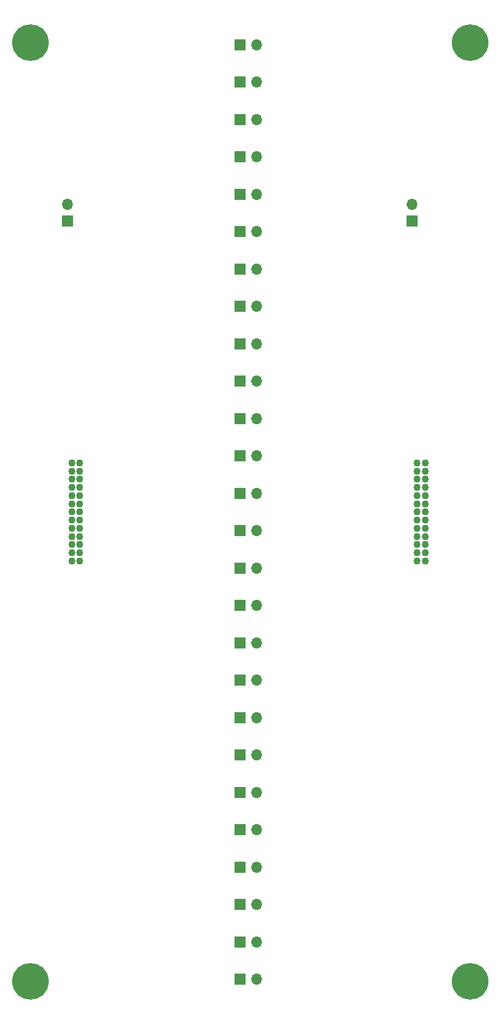
<source format=gbr>
%TF.GenerationSoftware,KiCad,Pcbnew,(6.0.4-0)*%
%TF.CreationDate,2023-02-13T20:03:00-06:00*%
%TF.ProjectId,Gecko_Poker,4765636b-6f5f-4506-9f6b-65722e6b6963,rev?*%
%TF.SameCoordinates,Original*%
%TF.FileFunction,Soldermask,Bot*%
%TF.FilePolarity,Negative*%
%FSLAX46Y46*%
G04 Gerber Fmt 4.6, Leading zero omitted, Abs format (unit mm)*
G04 Created by KiCad (PCBNEW (6.0.4-0)) date 2023-02-13 20:03:00*
%MOMM*%
%LPD*%
G01*
G04 APERTURE LIST*
%ADD10R,1.700000X1.700000*%
%ADD11O,1.700000X1.700000*%
%ADD12C,1.100000*%
%ADD13C,5.600000*%
%ADD14C,3.600000*%
G04 APERTURE END LIST*
D10*
%TO.C,J20*%
X77825000Y-67627500D03*
D11*
X80365000Y-67627500D03*
%TD*%
D10*
%TO.C,J11*%
X77825000Y-119062500D03*
D11*
X80365000Y-119062500D03*
%TD*%
D10*
%TO.C,J15*%
X77825000Y-96202500D03*
D11*
X80365000Y-96202500D03*
%TD*%
D12*
%TO.C,JB1*%
X104922500Y-97275000D03*
X104922500Y-98525000D03*
X104922500Y-99775000D03*
X104922500Y-101025000D03*
X104922500Y-102275000D03*
X104922500Y-103525000D03*
X104922500Y-104775000D03*
X104922500Y-106025000D03*
X104922500Y-107275000D03*
X104922500Y-108525000D03*
X104922500Y-109775000D03*
X104922500Y-111025000D03*
X104922500Y-112275000D03*
X106172500Y-97275000D03*
X106172500Y-98525000D03*
X106172500Y-99775000D03*
X106172500Y-101025000D03*
X106172500Y-102275000D03*
X106172500Y-103525000D03*
X106172500Y-104775000D03*
X106172500Y-106025000D03*
X106172500Y-107275000D03*
X106172500Y-108525000D03*
X106172500Y-109775000D03*
X106172500Y-111025000D03*
X106172500Y-112275000D03*
%TD*%
D10*
%TO.C,J2*%
X77845500Y-170497500D03*
D11*
X80385500Y-170497500D03*
%TD*%
D13*
%TO.C,REF\u002A\u002A*%
X113030000Y-176530000D03*
D14*
X113030000Y-176530000D03*
%TD*%
D10*
%TO.C,J13*%
X77825000Y-107632500D03*
D11*
X80365000Y-107632500D03*
%TD*%
D10*
%TO.C,J14*%
X77825000Y-101917500D03*
D11*
X80365000Y-101917500D03*
%TD*%
D10*
%TO.C,J23*%
X77825000Y-50482500D03*
D11*
X80365000Y-50482500D03*
%TD*%
D10*
%TO.C,J18*%
X77825000Y-79057500D03*
D11*
X80365000Y-79057500D03*
%TD*%
D10*
%TO.C,J22*%
X77825000Y-56197500D03*
D11*
X80365000Y-56197500D03*
%TD*%
D14*
%TO.C,REF\u002A\u002A*%
X45720000Y-33020000D03*
D13*
X45720000Y-33020000D03*
%TD*%
D10*
%TO.C,J24*%
X77825000Y-44767500D03*
D11*
X80365000Y-44767500D03*
%TD*%
D10*
%TO.C,J8*%
X77825000Y-136207500D03*
D11*
X80365000Y-136207500D03*
%TD*%
D10*
%TO.C,J3*%
X77845500Y-164782500D03*
D11*
X80385500Y-164782500D03*
%TD*%
D10*
%TO.C,J1*%
X77845500Y-176212500D03*
D11*
X80385500Y-176212500D03*
%TD*%
D10*
%TO.C,J16*%
X77825000Y-90487500D03*
D11*
X80365000Y-90487500D03*
%TD*%
D10*
%TO.C,J19*%
X77825000Y-73342500D03*
D11*
X80365000Y-73342500D03*
%TD*%
D10*
%TO.C,J25*%
X77825000Y-39052500D03*
D11*
X80365000Y-39052500D03*
%TD*%
D10*
%TO.C,J9*%
X77825000Y-130492500D03*
D11*
X80365000Y-130492500D03*
%TD*%
D10*
%TO.C,J27*%
X51435000Y-60325000D03*
D11*
X51435000Y-57785000D03*
%TD*%
D10*
%TO.C,J6*%
X77825000Y-147637500D03*
D11*
X80365000Y-147637500D03*
%TD*%
D10*
%TO.C,J28*%
X104140000Y-60325000D03*
D11*
X104140000Y-57785000D03*
%TD*%
D12*
%TO.C,JA1*%
X52070000Y-97275000D03*
X52070000Y-98525000D03*
X52070000Y-99775000D03*
X52070000Y-101025000D03*
X52070000Y-102275000D03*
X52070000Y-103525000D03*
X52070000Y-104775000D03*
X52070000Y-106025000D03*
X52070000Y-107275000D03*
X52070000Y-108525000D03*
X52070000Y-109775000D03*
X52070000Y-111025000D03*
X52070000Y-112275000D03*
X53320000Y-97275000D03*
X53320000Y-98525000D03*
X53320000Y-99775000D03*
X53320000Y-101025000D03*
X53320000Y-102275000D03*
X53320000Y-103525000D03*
X53320000Y-104775000D03*
X53320000Y-106025000D03*
X53320000Y-107275000D03*
X53320000Y-108525000D03*
X53320000Y-109775000D03*
X53320000Y-111025000D03*
X53320000Y-112275000D03*
%TD*%
D10*
%TO.C,J4*%
X77825000Y-159067500D03*
D11*
X80365000Y-159067500D03*
%TD*%
D10*
%TO.C,J26*%
X77825000Y-33337500D03*
D11*
X80365000Y-33337500D03*
%TD*%
D13*
%TO.C,REF\u002A\u002A*%
X45720000Y-176530000D03*
D14*
X45720000Y-176530000D03*
%TD*%
%TO.C,REF\u002A\u002A*%
X113030000Y-33020000D03*
D13*
X113030000Y-33020000D03*
%TD*%
D10*
%TO.C,J7*%
X77825000Y-141922500D03*
D11*
X80365000Y-141922500D03*
%TD*%
D10*
%TO.C,J5*%
X77825000Y-153352500D03*
D11*
X80365000Y-153352500D03*
%TD*%
D10*
%TO.C,J12*%
X77825000Y-113347500D03*
D11*
X80365000Y-113347500D03*
%TD*%
D10*
%TO.C,J17*%
X77825000Y-84772500D03*
D11*
X80365000Y-84772500D03*
%TD*%
D10*
%TO.C,J21*%
X77825000Y-61912500D03*
D11*
X80365000Y-61912500D03*
%TD*%
D10*
%TO.C,J10*%
X77825000Y-124777500D03*
D11*
X80365000Y-124777500D03*
%TD*%
M02*

</source>
